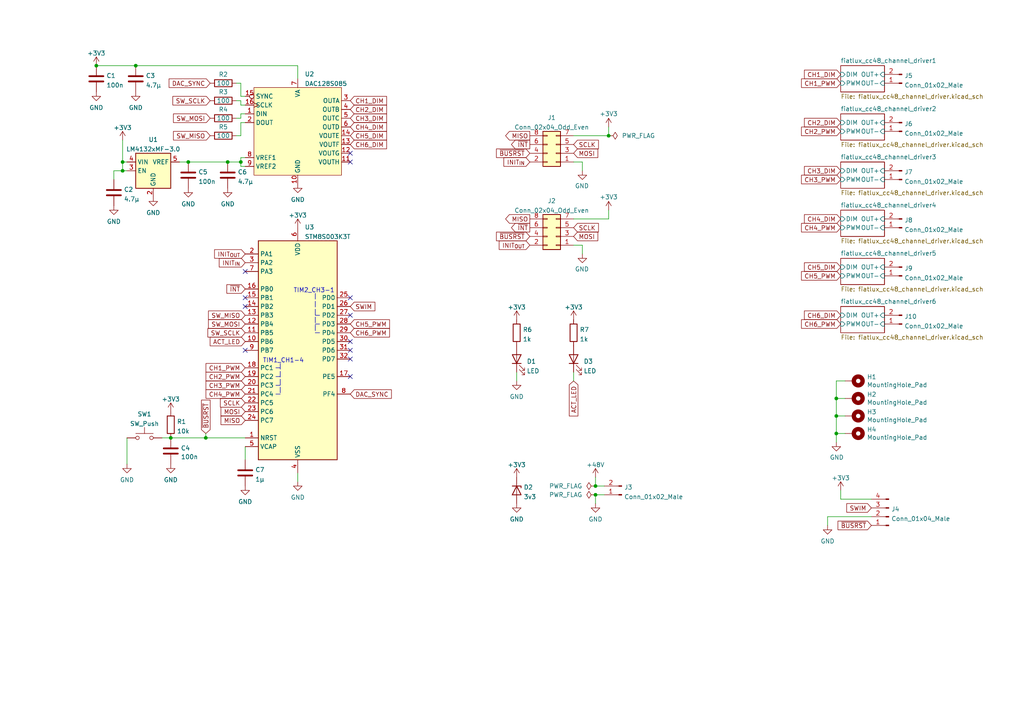
<source format=kicad_sch>
(kicad_sch (version 20211123) (generator eeschema)
  (paper "A4")
  (lib_symbols
    (symbol "Connector:Conn_01x02_Male" (pin_names (offset 1.016) hide)
      (property "Reference" "J" (at 0 2.54 0))
      (property "Value" "Conn_01x02_Male" (at 0 -5.08 0))
      (symbol "Conn_01x02_Male_1_1"
        (polyline (pts (xy 1.27 -2.54) (xy 0.8636 -2.54)) (stroke (width 0.1524)))
        (polyline (pts (xy 1.27 0) (xy 0.8636 0)) (stroke (width 0.1524)))
        (rectangle (start 0.8636 -2.413) (end 0 -2.667) (stroke (width 0.1524)) (fill (type outline)))
        (rectangle (start 0.8636 0.127) (end 0 -0.127) (stroke (width 0.1524)) (fill (type outline)))
        (pin passive line (at 5.08 0 180) (length 3.81) (name "Pin_1") (number "1"))
        (pin passive line (at 5.08 -2.54 180) (length 3.81) (name "Pin_2") (number "2"))
      )
    )
    (symbol "Connector:Conn_01x04_Male" (pin_names (offset 1.016) hide)
      (property "Reference" "J" (at 0 5.08 0))
      (property "Value" "Conn_01x04_Male" (at 0 -7.62 0))
      (symbol "Conn_01x04_Male_1_1"
        (polyline (pts (xy 1.27 -5.08) (xy 0.8636 -5.08)) (stroke (width 0.1524)))
        (polyline (pts (xy 1.27 -2.54) (xy 0.8636 -2.54)) (stroke (width 0.1524)))
        (polyline (pts (xy 1.27 0) (xy 0.8636 0)) (stroke (width 0.1524)))
        (polyline (pts (xy 1.27 2.54) (xy 0.8636 2.54)) (stroke (width 0.1524)))
        (rectangle (start 0.8636 -4.953) (end 0 -5.207) (stroke (width 0.1524)) (fill (type outline)))
        (rectangle (start 0.8636 -2.413) (end 0 -2.667) (stroke (width 0.1524)) (fill (type outline)))
        (rectangle (start 0.8636 0.127) (end 0 -0.127) (stroke (width 0.1524)) (fill (type outline)))
        (rectangle (start 0.8636 2.667) (end 0 2.413) (stroke (width 0.1524)) (fill (type outline)))
        (pin passive line (at 5.08 2.54 180) (length 3.81) (name "Pin_1") (number "1"))
        (pin passive line (at 5.08 0 180) (length 3.81) (name "Pin_2") (number "2"))
        (pin passive line (at 5.08 -2.54 180) (length 3.81) (name "Pin_3") (number "3"))
        (pin passive line (at 5.08 -5.08 180) (length 3.81) (name "Pin_4") (number "4"))
      )
    )
    (symbol "Connector_Generic:Conn_02x04_Odd_Even" (pin_names (offset 1.016) hide)
      (property "Reference" "J" (at 1.27 5.08 0))
      (property "Value" "Conn_02x04_Odd_Even" (at 1.27 -7.62 0))
      (symbol "Conn_02x04_Odd_Even_1_1"
        (rectangle (start -1.27 -4.953) (end 0 -5.207) (stroke (width 0.1524)))
        (rectangle (start -1.27 -2.413) (end 0 -2.667) (stroke (width 0.1524)))
        (rectangle (start -1.27 0.127) (end 0 -0.127) (stroke (width 0.1524)))
        (rectangle (start -1.27 2.667) (end 0 2.413) (stroke (width 0.1524)))
        (rectangle (start -1.27 3.81) (end 3.81 -6.35) (stroke (width 0.254)) (fill (type background)))
        (rectangle (start 3.81 -4.953) (end 2.54 -5.207) (stroke (width 0.1524)))
        (rectangle (start 3.81 -2.413) (end 2.54 -2.667) (stroke (width 0.1524)))
        (rectangle (start 3.81 0.127) (end 2.54 -0.127) (stroke (width 0.1524)))
        (rectangle (start 3.81 2.667) (end 2.54 2.413) (stroke (width 0.1524)))
        (pin passive line (at -5.08 2.54 0) (length 3.81) (name "Pin_1") (number "1"))
        (pin passive line (at 7.62 2.54 180) (length 3.81) (name "Pin_2") (number "2"))
        (pin passive line (at -5.08 0 0) (length 3.81) (name "Pin_3") (number "3"))
        (pin passive line (at 7.62 0 180) (length 3.81) (name "Pin_4") (number "4"))
        (pin passive line (at -5.08 -2.54 0) (length 3.81) (name "Pin_5") (number "5"))
        (pin passive line (at 7.62 -2.54 180) (length 3.81) (name "Pin_6") (number "6"))
        (pin passive line (at -5.08 -5.08 0) (length 3.81) (name "Pin_7") (number "7"))
        (pin passive line (at 7.62 -5.08 180) (length 3.81) (name "Pin_8") (number "8"))
      )
    )
    (symbol "Device:C" (pin_numbers hide) (pin_names (offset 0.254))
      (property "Reference" "C" (at 0.635 2.54 0))
      (property "Value" "C" (at 0.635 -2.54 0))
      (symbol "C_0_1"
        (polyline (pts (xy -2.032 -0.762) (xy 2.032 -0.762)) (stroke (width 0.508)))
        (polyline (pts (xy -2.032 0.762) (xy 2.032 0.762)) (stroke (width 0.508)))
      )
      (symbol "C_1_1"
        (pin passive line (at 0 3.81 270) (length 2.794) (name "~") (number "1"))
        (pin passive line (at 0 -3.81 90) (length 2.794) (name "~") (number "2"))
      )
    )
    (symbol "Device:D_Zener" (pin_numbers hide) (pin_names (offset 1.016) hide)
      (property "Reference" "D" (at 0 2.54 0))
      (property "Value" "D_Zener" (at 0 -2.54 0))
      (symbol "D_Zener_0_1"
        (polyline (pts (xy 1.27 0) (xy -1.27 0)))
        (polyline (pts (xy -1.27 -1.27) (xy -1.27 1.27) (xy -0.762 1.27)) (stroke (width 0.254)))
        (polyline (pts (xy 1.27 -1.27) (xy 1.27 1.27) (xy -1.27 0) (xy 1.27 -1.27)) (stroke (width 0.254)))
      )
      (symbol "D_Zener_1_1"
        (pin passive line (at -3.81 0 0) (length 2.54) (name "K") (number "1"))
        (pin passive line (at 3.81 0 180) (length 2.54) (name "A") (number "2"))
      )
    )
    (symbol "Device:LED" (pin_numbers hide) (pin_names (offset 1.016) hide)
      (property "Reference" "D" (at 0 2.54 0))
      (property "Value" "LED" (at 0 -2.54 0))
      (symbol "LED_0_1"
        (polyline (pts (xy -1.27 -1.27) (xy -1.27 1.27)) (stroke (width 0.254)))
        (polyline (pts (xy -1.27 0) (xy 1.27 0)))
        (polyline (pts (xy 1.27 -1.27) (xy 1.27 1.27) (xy -1.27 0) (xy 1.27 -1.27)) (stroke (width 0.254)))
        (polyline (pts (xy -3.048 -0.762) (xy -4.572 -2.286) (xy -3.81 -2.286) (xy -4.572 -2.286) (xy -4.572 -1.524)))
        (polyline (pts (xy -1.778 -0.762) (xy -3.302 -2.286) (xy -2.54 -2.286) (xy -3.302 -2.286) (xy -3.302 -1.524)))
      )
      (symbol "LED_1_1"
        (pin passive line (at -3.81 0 0) (length 2.54) (name "K") (number "1"))
        (pin passive line (at 3.81 0 180) (length 2.54) (name "A") (number "2"))
      )
    )
    (symbol "Device:R" (pin_numbers hide) (pin_names (offset 0))
      (property "Reference" "R" (at 2.032 0 90))
      (property "Value" "R" (at 0 0 90))
      (symbol "R_0_1"
        (rectangle (start -1.016 -2.54) (end 1.016 2.54) (stroke (width 0.254)))
      )
      (symbol "R_1_1"
        (pin passive line (at 0 3.81 270) (length 1.27) (name "~") (number "1"))
        (pin passive line (at 0 -3.81 90) (length 1.27) (name "~") (number "2"))
      )
    )
    (symbol "Library:DAC128S085"
      (property "Reference" "U" (at 0 -1.27 0))
      (property "Value" "DAC128S085" (at 0 1.27 0))
      (symbol "DAC128S085_0_1"
        (rectangle (start -12.7 12.7) (end 12.7 -12.7) (stroke (width 0.1524)) (fill (type background)))
      )
      (symbol "DAC128S085_1_1"
        (pin input line (at -15.24 5.08 0) (length 2.54) (name "DIN") (number "1"))
        (pin power_in line (at 0 -15.24 90) (length 2.54) (name "GND") (number "10"))
        (pin output line (at 15.24 -8.89 180) (length 2.54) (name "VOUTH") (number "11"))
        (pin output line (at 15.24 -6.35 180) (length 2.54) (name "VOUTG") (number "12"))
        (pin output line (at 15.24 -3.81 180) (length 2.54) (name "VOUTF") (number "13"))
        (pin output line (at 15.24 -1.27 180) (length 2.54) (name "VOUTE") (number "14"))
        (pin input inverted (at -15.24 10.16 0) (length 2.54) (name "SYNC") (number "15"))
        (pin input clock (at -15.24 7.62 0) (length 2.54) (name "SCLK") (number "16"))
        (pin output line (at -15.24 2.54 0) (length 2.54) (name "DOUT") (number "2"))
        (pin output line (at 15.24 8.89 180) (length 2.54) (name "OUTA") (number "3"))
        (pin output line (at 15.24 6.35 180) (length 2.54) (name "OUTB") (number "4"))
        (pin output line (at 15.24 3.81 180) (length 2.54) (name "OUTC") (number "5"))
        (pin output line (at 15.24 1.27 180) (length 2.54) (name "OUTD") (number "6"))
        (pin power_in line (at 0 15.24 270) (length 2.54) (name "VA") (number "7"))
        (pin input line (at -15.24 -7.62 0) (length 2.54) (name "VREF1") (number "8"))
        (pin input line (at -15.24 -10.16 0) (length 2.54) (name "VREF2") (number "9"))
      )
    )
    (symbol "MCU_ST_STM8:STM8S003K3T"
      (property "Reference" "U" (at 1.27 35.56 0))
      (property "Value" "STM8S003K3T" (at 1.27 33.02 0))
      (symbol "STM8S003K3T_0_1"
        (rectangle (start -11.43 31.75) (end 11.43 -31.75) (stroke (width 0.254)) (fill (type background)))
      )
      (symbol "STM8S003K3T_1_1"
        (pin input line (at -15.24 -25.4 0) (length 3.81) (name "NRST") (number "1"))
        (pin bidirectional line (at -15.24 2.54 0) (length 3.81) (name "PB6") (number "10"))
        (pin bidirectional line (at -15.24 5.08 0) (length 3.81) (name "PB5") (number "11"))
        (pin bidirectional line (at -15.24 7.62 0) (length 3.81) (name "PB4") (number "12"))
        (pin bidirectional line (at -15.24 10.16 0) (length 3.81) (name "PB3") (number "13"))
        (pin bidirectional line (at -15.24 12.7 0) (length 3.81) (name "PB2") (number "14"))
        (pin bidirectional line (at -15.24 15.24 0) (length 3.81) (name "PB1") (number "15"))
        (pin bidirectional line (at -15.24 17.78 0) (length 3.81) (name "PB0") (number "16"))
        (pin bidirectional line (at 15.24 -7.62 180) (length 3.81) (name "PE5") (number "17"))
        (pin bidirectional line (at -15.24 -5.08 0) (length 3.81) (name "PC1") (number "18"))
        (pin bidirectional line (at -15.24 -7.62 0) (length 3.81) (name "PC2") (number "19"))
        (pin bidirectional line (at -15.24 27.94 0) (length 3.81) (name "PA1") (number "2"))
        (pin bidirectional line (at -15.24 -10.16 0) (length 3.81) (name "PC3") (number "20"))
        (pin bidirectional line (at -15.24 -12.7 0) (length 3.81) (name "PC4") (number "21"))
        (pin bidirectional line (at -15.24 -15.24 0) (length 3.81) (name "PC5") (number "22"))
        (pin bidirectional line (at -15.24 -17.78 0) (length 3.81) (name "PC6") (number "23"))
        (pin bidirectional line (at -15.24 -20.32 0) (length 3.81) (name "PC7") (number "24"))
        (pin bidirectional line (at 15.24 15.24 180) (length 3.81) (name "PD0") (number "25"))
        (pin bidirectional line (at 15.24 12.7 180) (length 3.81) (name "PD1") (number "26"))
        (pin bidirectional line (at 15.24 10.16 180) (length 3.81) (name "PD2") (number "27"))
        (pin bidirectional line (at 15.24 7.62 180) (length 3.81) (name "PD3") (number "28"))
        (pin bidirectional line (at 15.24 5.08 180) (length 3.81) (name "PD4") (number "29"))
        (pin bidirectional line (at -15.24 25.4 0) (length 3.81) (name "PA2") (number "3"))
        (pin bidirectional line (at 15.24 2.54 180) (length 3.81) (name "PD5") (number "30"))
        (pin bidirectional line (at 15.24 0 180) (length 3.81) (name "PD6") (number "31"))
        (pin bidirectional line (at 15.24 -2.54 180) (length 3.81) (name "PD7") (number "32"))
        (pin power_in line (at 0 -35.56 90) (length 3.81) (name "VSS") (number "4"))
        (pin input line (at -15.24 -27.94 0) (length 3.81) (name "VCAP") (number "5"))
        (pin power_in line (at 0 35.56 270) (length 3.81) (name "VDD") (number "6"))
        (pin bidirectional line (at -15.24 22.86 0) (length 3.81) (name "PA3") (number "7"))
        (pin bidirectional line (at 15.24 -12.7 180) (length 3.81) (name "PF4") (number "8"))
        (pin bidirectional line (at -15.24 0 0) (length 3.81) (name "PB7") (number "9"))
      )
    )
    (symbol "Mechanical:MountingHole_Pad" (pin_numbers hide) (pin_names (offset 1.016) hide)
      (property "Reference" "H" (at 0 6.35 0))
      (property "Value" "MountingHole_Pad" (at 0 4.445 0))
      (symbol "MountingHole_Pad_0_1"
        (circle (center 0 1.27) (radius 1.27) (stroke (width 1.27)))
      )
      (symbol "MountingHole_Pad_1_1"
        (pin input line (at 0 -2.54 90) (length 2.54) (name "1") (number "1"))
      )
    )
    (symbol "Reference_Voltage:LM4132xMF-3.0"
      (property "Reference" "U" (at -4.318 6.096 0))
      (property "Value" "LM4132xMF-3.0" (at 7.874 6.096 0))
      (symbol "LM4132xMF-3.0_0_1"
        (rectangle (start -5.08 5.08) (end 5.08 -5.08) (stroke (width 0.254)) (fill (type background)))
      )
      (symbol "LM4132xMF-3.0_1_1"
        (pin no_connect line (at 5.08 0 180) (length 2.54) hide (name "NC") (number "1"))
        (pin power_in line (at 0 -7.62 90) (length 2.54) (name "GND") (number "2"))
        (pin input line (at -7.62 0 0) (length 2.54) (name "EN") (number "3"))
        (pin power_in line (at -7.62 2.54 0) (length 2.54) (name "VIN") (number "4"))
        (pin power_out line (at 7.62 2.54 180) (length 2.54) (name "VREF") (number "5"))
      )
    )
    (symbol "Switch:SW_Push" (pin_numbers hide) (pin_names (offset 1.016) hide)
      (property "Reference" "SW" (at 1.27 2.54 0))
      (property "Value" "SW_Push" (at 0 -1.524 0))
      (symbol "SW_Push_0_1"
        (circle (center -2.032 0) (radius 0.508))
        (polyline (pts (xy 0 1.27) (xy 0 3.048)))
        (polyline (pts (xy 2.54 1.27) (xy -2.54 1.27)))
        (circle (center 2.032 0) (radius 0.508))
        (pin passive line (at -5.08 0 0) (length 2.54) (name "1") (number "1"))
        (pin passive line (at 5.08 0 180) (length 2.54) (name "2") (number "2"))
      )
    )
    (symbol "power:+3.3V" (power) (pin_names (offset 0))
      (property "Value" "+3.3V" (at 0 3.556 0))
      (symbol "+3.3V_0_1"
        (polyline (pts (xy -0.762 1.27) (xy 0 2.54)))
        (polyline (pts (xy 0 0) (xy 0 2.54)))
        (polyline (pts (xy 0 2.54) (xy 0.762 1.27)))
      )
      (symbol "+3.3V_1_1"
        (pin power_in line (at 0 0 90) (length 0) hide (name "+3V3") (number "1"))
      )
    )
    (symbol "power:+3V3" (power) (pin_names (offset 0))
      (property "Value" "+3V3" (at 0 3.556 0))
      (symbol "+3V3_0_1"
        (polyline (pts (xy -0.762 1.27) (xy 0 2.54)))
        (polyline (pts (xy 0 0) (xy 0 2.54)))
        (polyline (pts (xy 0 2.54) (xy 0.762 1.27)))
      )
      (symbol "+3V3_1_1"
        (pin power_in line (at 0 0 90) (length 0) hide (name "+3V3") (number "1"))
      )
    )
    (symbol "power:+48V" (power) (pin_names (offset 0))
      (property "Value" "+48V" (at 0 3.556 0))
      (symbol "+48V_0_1"
        (polyline (pts (xy -0.762 1.27) (xy 0 2.54)))
        (polyline (pts (xy 0 0) (xy 0 2.54)))
        (polyline (pts (xy 0 2.54) (xy 0.762 1.27)))
      )
      (symbol "+48V_1_1"
        (pin power_in line (at 0 0 90) (length 0) hide (name "+48V") (number "1"))
      )
    )
    (symbol "power:GND" (power) (pin_names (offset 0))
      (property "Value" "GND" (at 0 -3.81 0))
      (symbol "GND_0_1"
        (polyline (pts (xy 0 0) (xy 0 -1.27) (xy 1.27 -1.27) (xy 0 -2.54) (xy -1.27 -1.27) (xy 0 -1.27)))
      )
      (symbol "GND_1_1"
        (pin power_in line (at 0 0 270) (length 0) hide (name "GND") (number "1"))
      )
    )
    (symbol "power:PWR_FLAG" (power) (pin_numbers hide) (pin_names (offset 0) hide)
      (property "Value" "PWR_FLAG" (at 0 3.81 0))
      (symbol "PWR_FLAG_0_0"
        (pin power_out line (at 0 0 90) (length 0) (name "pwr") (number "1"))
      )
      (symbol "PWR_FLAG_0_1"
        (polyline (pts (xy 0 0) (xy 0 1.27) (xy -1.016 1.905) (xy 0 2.54) (xy 1.016 1.905) (xy 0 1.27)))
      )
    )
  )
  (junction (at 35.56 49.53))
  (junction (at 242.57 115.57))
  (junction (at 35.56 46.99))
  (junction (at 172.72 140.97))
  (junction (at 66.04 46.99))
  (junction (at 39.37 19.05))
  (junction (at 69.85 46.99))
  (junction (at 54.61 46.99))
  (junction (at 242.57 125.73))
  (junction (at 172.72 143.51))
  (junction (at 27.94 19.05))
  (junction (at 242.57 120.65))
  (junction (at 49.53 127))
  (junction (at 176.53 39.37))
  (junction (at 59.69 127))
  (no_connect (at 101.6 109.22))
  (no_connect (at 101.6 44.45))
  (no_connect (at 101.6 46.99))
  (no_connect (at 101.6 101.6))
  (no_connect (at 101.6 99.06))
  (no_connect (at 101.6 104.14))
  (no_connect (at 71.12 88.9))
  (no_connect (at 101.6 86.36))
  (no_connect (at 71.12 78.74))
  (no_connect (at 71.12 101.6))
  (no_connect (at 71.12 86.36))
  (no_connect (at 101.6 91.44))
  (wire (pts (xy 69.85 27.94) (xy 69.85 24.13)))
  (wire (pts (xy 86.36 19.05) (xy 86.36 22.86)))
  (wire (pts (xy 27.94 19.05) (xy 39.37 19.05)))
  (wire (pts (xy 35.56 49.53) (xy 33.02 49.53)))
  (wire (pts (xy 35.56 49.53) (xy 35.56 46.99)))
  (wire (pts (xy 243.84 144.78) (xy 243.84 142.24)))
  (wire (pts (xy 69.85 46.99) (xy 69.85 48.26)))
  (wire (pts (xy 176.53 36.83) (xy 176.53 39.37)))
  (polyline (pts (xy 91.44 91.44) (xy 92.71 91.44)))
  (wire (pts (xy 59.69 127) (xy 71.12 127)))
  (wire (pts (xy 69.85 39.37) (xy 68.58 39.37)))
  (wire (pts (xy 39.37 19.05) (xy 86.36 19.05)))
  (wire (pts (xy 252.73 144.78) (xy 243.84 144.78)))
  (wire (pts (xy 242.57 115.57) (xy 242.57 120.65)))
  (wire (pts (xy 69.85 24.13) (xy 68.58 24.13)))
  (wire (pts (xy 242.57 115.57) (xy 245.11 115.57)))
  (wire (pts (xy 166.37 46.99) (xy 168.91 46.99)))
  (polyline (pts (xy 91.44 85.09) (xy 91.44 96.52)))
  (wire (pts (xy 69.85 45.72) (xy 69.85 46.99)))
  (wire (pts (xy 66.04 46.99) (xy 69.85 46.99)))
  (wire (pts (xy 172.72 140.97) (xy 175.26 140.97)))
  (wire (pts (xy 242.57 125.73) (xy 242.57 128.27)))
  (polyline (pts (xy 91.44 93.98) (xy 92.71 93.98)))
  (wire (pts (xy 35.56 46.99) (xy 36.83 46.99)))
  (wire (pts (xy 176.53 39.37) (xy 166.37 39.37)))
  (wire (pts (xy 240.03 149.86) (xy 240.03 152.4)))
  (wire (pts (xy 242.57 120.65) (xy 245.11 120.65)))
  (wire (pts (xy 36.83 49.53) (xy 35.56 49.53)))
  (wire (pts (xy 168.91 46.99) (xy 168.91 49.53)))
  (polyline (pts (xy 80.01 111.76) (xy 81.28 111.76)))
  (wire (pts (xy 69.85 45.72) (xy 71.12 45.72)))
  (wire (pts (xy 240.03 149.86) (xy 252.73 149.86)))
  (wire (pts (xy 49.53 127) (xy 59.69 127)))
  (polyline (pts (xy 80.01 109.22) (xy 81.28 109.22)))
  (polyline (pts (xy 91.44 96.52) (xy 92.71 96.52)))
  (wire (pts (xy 175.26 143.51) (xy 172.72 143.51)))
  (wire (pts (xy 52.07 46.99) (xy 54.61 46.99)))
  (wire (pts (xy 69.85 30.48) (xy 71.12 30.48)))
  (wire (pts (xy 168.91 71.12) (xy 168.91 73.66)))
  (wire (pts (xy 46.99 127) (xy 49.53 127)))
  (wire (pts (xy 242.57 110.49) (xy 242.57 115.57)))
  (wire (pts (xy 36.83 127) (xy 36.83 134.62)))
  (wire (pts (xy 176.53 63.5) (xy 166.37 63.5)))
  (wire (pts (xy 172.72 138.43) (xy 172.72 140.97)))
  (wire (pts (xy 71.12 48.26) (xy 69.85 48.26)))
  (wire (pts (xy 69.85 33.02) (xy 69.85 34.29)))
  (wire (pts (xy 71.12 33.02) (xy 69.85 33.02)))
  (wire (pts (xy 69.85 29.21) (xy 69.85 30.48)))
  (polyline (pts (xy 80.01 114.3) (xy 81.28 114.3)))
  (wire (pts (xy 176.53 60.96) (xy 176.53 63.5)))
  (wire (pts (xy 149.86 107.95) (xy 149.86 110.49)))
  (wire (pts (xy 245.11 110.49) (xy 242.57 110.49)))
  (wire (pts (xy 71.12 27.94) (xy 69.85 27.94)))
  (wire (pts (xy 71.12 35.56) (xy 69.85 35.56)))
  (polyline (pts (xy 81.28 105.41) (xy 81.28 114.3)))
  (wire (pts (xy 86.36 137.16) (xy 86.36 139.7)))
  (wire (pts (xy 35.56 40.64) (xy 35.56 46.99)))
  (wire (pts (xy 68.58 34.29) (xy 69.85 34.29)))
  (wire (pts (xy 172.72 143.51) (xy 172.72 146.05)))
  (polyline (pts (xy 80.01 106.68) (xy 81.28 106.68)))
  (wire (pts (xy 166.37 71.12) (xy 168.91 71.12)))
  (wire (pts (xy 33.02 49.53) (xy 33.02 52.07)))
  (wire (pts (xy 245.11 125.73) (xy 242.57 125.73)))
  (wire (pts (xy 59.69 125.73) (xy 59.69 127)))
  (wire (pts (xy 68.58 29.21) (xy 69.85 29.21)))
  (wire (pts (xy 71.12 129.54) (xy 71.12 133.35)))
  (wire (pts (xy 242.57 120.65) (xy 242.57 125.73)))
  (wire (pts (xy 166.37 107.95) (xy 166.37 110.49)))
  (wire (pts (xy 54.61 46.99) (xy 66.04 46.99)))
  (wire (pts (xy 69.85 35.56) (xy 69.85 39.37)))
  (text "TIM1_CH1-4" (at 76.2 105.41 0) (effects (font (size 1.27 1.27)) (justify left bottom)))
  (text "TIM2_CH3-1" (at 85.09 85.09 0) (effects (font (size 1.27 1.27)) (justify left bottom)))
  (global_label "CH6_DIM" (shape input) (at 243.84 91.44 180) (property "Intersheet References" "${INTERSHEET_REFS}" (effects hide)))
  (global_label "SW_SCLK" (shape input) (at 60.96 29.21 180) (property "Intersheet References" "${INTERSHEET_REFS}" (effects hide)))
  (global_label "INIT_{OUT}" (shape input) (at 153.67 71.12 180) (property "Referenzen zwischen Schaltplänen" "${INTERSHEET_REFS}" (effects hide)))
  (global_label "CH2_DIM" (shape input) (at 101.6 31.75 0) (property "Intersheet References" "${INTERSHEET_REFS}" (effects hide)))
  (global_label "CH5_PWM" (shape input) (at 101.6 93.98 0) (property "Intersheet References" "${INTERSHEET_REFS}" (effects hide)))
  (global_label "CH5_DIM" (shape input) (at 243.84 77.47 180) (property "Intersheet References" "${INTERSHEET_REFS}" (effects hide)))
  (global_label "SCLK" (shape input) (at 166.37 66.04 0) (property "Referenzen zwischen Schaltplänen" "${INTERSHEET_REFS}" (effects hide)))
  (global_label "MOSI" (shape input) (at 166.37 68.58 0) (property "Referenzen zwischen Schaltplänen" "${INTERSHEET_REFS}" (effects hide)))
  (global_label "SW_MISO" (shape input) (at 71.12 91.44 180) (property "Intersheet References" "${INTERSHEET_REFS}" (effects hide)))
  (global_label "SW_MOSI" (shape input) (at 71.12 93.98 180) (property "Intersheet References" "${INTERSHEET_REFS}" (effects hide)))
  (global_label "CH2_PWM" (shape input) (at 71.12 109.22 180) (property "Intersheet References" "${INTERSHEET_REFS}" (effects hide)))
  (global_label "CH4_PWM" (shape input) (at 71.12 114.3 180) (property "Intersheet References" "${INTERSHEET_REFS}" (effects hide)))
  (global_label "~{BUSRST}" (shape input) (at 252.73 152.4 180) (property "Referenzen zwischen Schaltplänen" "${INTERSHEET_REFS}" (effects hide)))
  (global_label "ACT_LED" (shape input) (at 166.37 110.49 270) (property "Intersheet References" "${INTERSHEET_REFS}" (effects hide)))
  (global_label "INIT_{IN}" (shape input) (at 153.67 46.99 180) (property "Referenzen zwischen Schaltplänen" "${INTERSHEET_REFS}" (effects hide)))
  (global_label "SCLK" (shape input) (at 166.37 41.91 0) (property "Referenzen zwischen Schaltplänen" "${INTERSHEET_REFS}" (effects hide)))
  (global_label "MOSI" (shape input) (at 166.37 44.45 0) (property "Referenzen zwischen Schaltplänen" "${INTERSHEET_REFS}" (effects hide)))
  (global_label "~{INT}" (shape output) (at 153.67 41.91 180) (property "Referenzen zwischen Schaltplänen" "${INTERSHEET_REFS}" (effects hide)))
  (global_label "SWIM" (shape input) (at 101.6 88.9 0) (property "Intersheet References" "${INTERSHEET_REFS}" (effects hide)))
  (global_label "CH1_DIM" (shape input) (at 101.6 29.21 0) (property "Intersheet References" "${INTERSHEET_REFS}" (effects hide)))
  (global_label "SWIM" (shape input) (at 252.73 147.32 180) (property "Intersheet References" "${INTERSHEET_REFS}" (effects hide)))
  (global_label "CH3_DIM" (shape input) (at 101.6 34.29 0) (property "Intersheet References" "${INTERSHEET_REFS}" (effects hide)))
  (global_label "SW_MOSI" (shape input) (at 60.96 34.29 180) (property "Intersheet References" "${INTERSHEET_REFS}" (effects hide)))
  (global_label "MISO" (shape output) (at 153.67 63.5 180) (property "Referenzen zwischen Schaltplänen" "${INTERSHEET_REFS}" (effects hide)))
  (global_label "~{INT}" (shape output) (at 153.67 66.04 180) (property "Referenzen zwischen Schaltplänen" "${INTERSHEET_REFS}" (effects hide)))
  (global_label "CH6_PWM" (shape input) (at 243.84 93.98 180) (property "Intersheet References" "${INTERSHEET_REFS}" (effects hide)))
  (global_label "CH3_DIM" (shape input) (at 243.84 49.53 180) (property "Intersheet References" "${INTERSHEET_REFS}" (effects hide)))
  (global_label "CH3_PWM" (shape input) (at 71.12 111.76 180) (property "Intersheet References" "${INTERSHEET_REFS}" (effects hide)))
  (global_label "CH1_PWM" (shape input) (at 71.12 106.68 180) (property "Intersheet References" "${INTERSHEET_REFS}" (effects hide)))
  (global_label "MOSI" (shape input) (at 71.12 119.38 180) (property "Intersheet References" "${INTERSHEET_REFS}" (effects hide)))
  (global_label "SW_SCLK" (shape input) (at 71.12 96.52 180) (property "Intersheet References" "${INTERSHEET_REFS}" (effects hide)))
  (global_label "CH4_DIM" (shape input) (at 243.84 63.5 180) (property "Intersheet References" "${INTERSHEET_REFS}" (effects hide)))
  (global_label "DAC_SYNC" (shape input) (at 60.96 24.13 180) (property "Intersheet References" "${INTERSHEET_REFS}" (effects hide)))
  (global_label "SCLK" (shape input) (at 71.12 116.84 180) (property "Intersheet References" "${INTERSHEET_REFS}" (effects hide)))
  (global_label "~{BUSRST}" (shape input) (at 153.67 44.45 180) (property "Referenzen zwischen Schaltplänen" "${INTERSHEET_REFS}" (effects hide)))
  (global_label "CH3_PWM" (shape input) (at 243.84 52.07 180) (property "Intersheet References" "${INTERSHEET_REFS}" (effects hide)))
  (global_label "DAC_SYNC" (shape input) (at 101.6 114.3 0) (property "Intersheet References" "${INTERSHEET_REFS}" (effects hide)))
  (global_label "MISO" (shape output) (at 153.67 39.37 180) (property "Referenzen zwischen Schaltplänen" "${INTERSHEET_REFS}" (effects hide)))
  (global_label "CH5_DIM" (shape input) (at 101.6 39.37 0) (property "Intersheet References" "${INTERSHEET_REFS}" (effects hide)))
  (global_label "INIT_{IN}" (shape input) (at 71.12 76.2 180) (property "Intersheet References" "${INTERSHEET_REFS}" (effects hide)))
  (global_label "~{BUSRST}" (shape input) (at 59.69 125.73 90) (property "Referenzen zwischen Schaltplänen" "${INTERSHEET_REFS}" (effects hide)))
  (global_label "CH2_PWM" (shape input) (at 243.84 38.1 180) (property "Intersheet References" "${INTERSHEET_REFS}" (effects hide)))
  (global_label "SW_MISO" (shape input) (at 60.96 39.37 180) (property "Intersheet References" "${INTERSHEET_REFS}" (effects hide)))
  (global_label "INIT_{OUT}" (shape input) (at 71.12 73.66 180) (property "Intersheet References" "${INTERSHEET_REFS}" (effects hide)))
  (global_label "CH5_PWM" (shape input) (at 243.84 80.01 180) (property "Intersheet References" "${INTERSHEET_REFS}" (effects hide)))
  (global_label "CH2_DIM" (shape input) (at 243.84 35.56 180) (property "Intersheet References" "${INTERSHEET_REFS}" (effects hide)))
  (global_label "CH4_PWM" (shape input) (at 243.84 66.04 180) (property "Intersheet References" "${INTERSHEET_REFS}" (effects hide)))
  (global_label "CH6_PWM" (shape input) (at 101.6 96.52 0) (property "Intersheet References" "${INTERSHEET_REFS}" (effects hide)))
  (global_label "~{INT}" (shape input) (at 71.12 83.82 180) (property "Intersheet References" "${INTERSHEET_REFS}" (effects hide)))
  (global_label "CH6_DIM" (shape input) (at 101.6 41.91 0) (property "Intersheet References" "${INTERSHEET_REFS}" (effects hide)))
  (global_label "ACT_LED" (shape input) (at 71.12 99.06 180) (property "Intersheet References" "${INTERSHEET_REFS}" (effects hide)))
  (global_label "MISO" (shape input) (at 71.12 121.92 180) (property "Intersheet References" "${INTERSHEET_REFS}" (effects hide)))
  (global_label "CH1_PWM" (shape input) (at 243.84 24.13 180) (property "Intersheet References" "${INTERSHEET_REFS}" (effects hide)))
  (global_label "CH1_DIM" (shape input) (at 243.84 21.59 180) (property "Intersheet References" "${INTERSHEET_REFS}" (effects hide)))
  (global_label "~{BUSRST}" (shape input) (at 153.67 68.58 180) (property "Referenzen zwischen Schaltplänen" "${INTERSHEET_REFS}" (effects hide)))
  (global_label "CH4_DIM" (shape input) (at 101.6 36.83 0) (property "Intersheet References" "${INTERSHEET_REFS}" (effects hide)))
  (symbol (lib_id "Mechanical:MountingHole_Pad") (at 247.65 125.73 270) (unit 1)
    (property "Reference" "H4" (at 251.46 124.5616 90) (effects (justify left)))
    (property "Value" "MountingHole_Pad" (at 251.46 126.873 90) (effects (justify left)))
    (property "Footprint" "MountingHole:MountingHole_2.2mm_M2_Pad_Via" (effects hide))
    (property "LCSC" "-" (effects hide))
  )
  (symbol (lib_id "Device:LED") (at 166.37 104.14 90) (unit 1)
    (property "Reference" "D3" (at 169.291 104.819 90) (effects (justify right)))
    (property "Value" "LED" (at 169.291 107.5941 90) (effects (justify right)))
    (property "Footprint" "LED_SMD:LED_0805_2012Metric" (effects hide))
  )
  (symbol (lib_id "power:PWR_FLAG") (at 172.72 140.97 90) (unit 1)
    (property "Reference" "#FLG01" (effects hide))
    (property "Value" "PWR_FLAG" (at 168.91 140.9699 90) (effects (justify left)))
  )
  (symbol (lib_id "Device:D_Zener") (at 149.86 142.24 270) (unit 1)
    (property "Reference" "D2" (at 151.892 141.3315 90) (effects (justify left)))
    (property "Value" "3v3" (at 151.892 144.1066 90) (effects (justify left)))
    (property "Footprint" "Diode_SMD:D_MiniMELF" (effects hide))
  )
  (symbol (lib_id "power:GND") (at 71.12 140.97 0) (unit 1)
    (property "Reference" "#PWR012" (effects hide))
    (property "Value" "GND" (at 71.12 145.5325 0))
  )
  (symbol (lib_id "Device:C") (at 27.94 22.86 0) (unit 1)
    (property "Reference" "C1" (at 30.861 21.9515 0) (effects (justify left)))
    (property "Value" "100n" (at 30.861 24.7266 0) (effects (justify left)))
    (property "Footprint" "Capacitor_SMD:C_0805_2012Metric" (effects hide))
  )
  (symbol (lib_id "power:GND") (at 66.04 54.61 0) (unit 1)
    (property "Reference" "#PWR011" (effects hide))
    (property "Value" "GND" (at 66.04 59.1725 0))
  )
  (symbol (lib_id "Device:R") (at 149.86 96.52 0) (unit 1)
    (property "Reference" "R6" (at 151.638 95.6115 0) (effects (justify left)))
    (property "Value" "1k" (at 151.638 98.3866 0) (effects (justify left)))
    (property "Footprint" "Resistor_SMD:R_0603_1608Metric" (effects hide))
  )
  (symbol (lib_id "Connector:Conn_01x02_Male") (at 261.62 38.1 180) (unit 1)
    (property "Reference" "J6" (at 262.3312 35.9215 0) (effects (justify right)))
    (property "Value" "Conn_01x02_Male" (at 262.3312 38.6966 0) (effects (justify right)))
    (property "Footprint" "TerminalBlock:TerminalBlock_bornier-2_P5.08mm" (effects hide))
  )
  (symbol (lib_id "Connector:Conn_01x02_Male") (at 180.34 143.51 180) (unit 1)
    (property "Reference" "J3" (at 181.0512 141.3315 0) (effects (justify right)))
    (property "Value" "Conn_01x02_Male" (at 181.0512 144.1066 0) (effects (justify right)))
    (property "Footprint" "TerminalBlock:TerminalBlock_bornier-2_P5.08mm" (effects hide))
  )
  (symbol (lib_id "power:+3V3") (at 35.56 40.64 0) (unit 1)
    (property "Reference" "#PWR04" (effects hide))
    (property "Value" "+3V3" (at 35.56 37.0355 0))
  )
  (symbol (lib_id "Mechanical:MountingHole_Pad") (at 247.65 115.57 270) (unit 1)
    (property "Reference" "H2" (at 251.46 114.4016 90) (effects (justify left)))
    (property "Value" "MountingHole_Pad" (at 251.46 116.713 90) (effects (justify left)))
    (property "Footprint" "MountingHole:MountingHole_2.2mm_M2_Pad_Via" (effects hide))
    (property "LCSC" "-" (effects hide))
  )
  (symbol (lib_id "power:GND") (at 39.37 26.67 0) (unit 1)
    (property "Reference" "#PWR06" (effects hide))
    (property "Value" "GND" (at 39.37 31.2325 0))
  )
  (symbol (lib_id "Device:R") (at 166.37 96.52 0) (unit 1)
    (property "Reference" "R7" (at 168.148 95.6115 0) (effects (justify left)))
    (property "Value" "1k" (at 168.148 98.3866 0) (effects (justify left)))
    (property "Footprint" "Resistor_SMD:R_0603_1608Metric" (effects hide))
  )
  (symbol (lib_id "Connector:Conn_01x02_Male") (at 261.62 80.01 180) (unit 1)
    (property "Reference" "J9" (at 262.3312 77.8315 0) (effects (justify right)))
    (property "Value" "Conn_01x02_Male" (at 262.3312 80.6066 0) (effects (justify right)))
    (property "Footprint" "TerminalBlock:TerminalBlock_bornier-2_P5.08mm" (effects hide))
  )
  (symbol (lib_id "power:GND") (at 242.57 128.27 0) (unit 1)
    (property "Reference" "#PWR028" (effects hide))
    (property "Value" "GND" (at 242.697 132.6642 0))
  )
  (symbol (lib_id "Device:C") (at 66.04 50.8 0) (unit 1)
    (property "Reference" "C6" (at 68.961 49.8915 0) (effects (justify left)))
    (property "Value" "4.7µ" (at 68.961 52.6666 0) (effects (justify left)))
    (property "Footprint" "Capacitor_SMD:C_0805_2012Metric" (effects hide))
  )
  (symbol (lib_id "Connector:Conn_01x02_Male") (at 261.62 66.04 180) (unit 1)
    (property "Reference" "J8" (at 262.3312 63.8615 0) (effects (justify right)))
    (property "Value" "Conn_01x02_Male" (at 262.3312 66.6366 0) (effects (justify right)))
    (property "Footprint" "TerminalBlock:TerminalBlock_bornier-2_P5.08mm" (effects hide))
  )
  (symbol (lib_id "power:GND") (at 27.94 26.67 0) (unit 1)
    (property "Reference" "#PWR02" (effects hide))
    (property "Value" "GND" (at 27.94 31.2325 0))
  )
  (symbol (lib_id "Device:C") (at 54.61 50.8 0) (unit 1)
    (property "Reference" "C5" (at 57.531 49.8915 0) (effects (justify left)))
    (property "Value" "100n" (at 57.531 52.6666 0) (effects (justify left)))
    (property "Footprint" "Capacitor_SMD:C_0805_2012Metric" (effects hide))
  )
  (symbol (lib_id "power:+48V") (at 172.72 138.43 0) (unit 1)
    (property "Reference" "#PWR023" (effects hide))
    (property "Value" "+48V" (at 172.72 134.8255 0))
  )
  (symbol (lib_id "Device:R") (at 64.77 24.13 90) (unit 1)
    (property "Reference" "R2" (at 64.77 21.59 90))
    (property "Value" "100" (at 64.77 24.13 90))
    (property "Footprint" "Resistor_SMD:R_0603_1608Metric" (effects hide))
  )
  (symbol (lib_id "Connector:Conn_01x04_Male") (at 257.81 149.86 180) (unit 1)
    (property "Reference" "J4" (at 258.5212 147.6815 0) (effects (justify right)))
    (property "Value" "Conn_01x04_Male" (at 258.5212 150.4566 0) (effects (justify right)))
    (property "Footprint" "Connector_PinHeader_2.54mm:PinHeader_1x04_P2.54mm_Vertical" (effects hide))
  )
  (symbol (lib_id "power:GND") (at 44.45 57.15 0) (unit 1)
    (property "Reference" "#PWR07" (effects hide))
    (property "Value" "GND" (at 44.45 61.7125 0))
  )
  (symbol (lib_id "Device:C") (at 49.53 130.81 0) (unit 1)
    (property "Reference" "C4" (at 52.451 129.9753 0) (effects (justify left)))
    (property "Value" "100n" (at 52.451 132.5122 0) (effects (justify left)))
    (property "Footprint" "Capacitor_SMD:C_0805_2012Metric" (effects hide))
  )
  (symbol (lib_id "Connector:Conn_01x02_Male") (at 261.62 52.07 180) (unit 1)
    (property "Reference" "J7" (at 262.3312 49.8915 0) (effects (justify right)))
    (property "Value" "Conn_01x02_Male" (at 262.3312 52.6666 0) (effects (justify right)))
    (property "Footprint" "TerminalBlock:TerminalBlock_bornier-2_P5.08mm" (effects hide))
  )
  (symbol (lib_id "Device:R") (at 64.77 39.37 90) (unit 1)
    (property "Reference" "R5" (at 64.77 36.83 90))
    (property "Value" "100" (at 64.77 39.37 90))
    (property "Footprint" "Resistor_SMD:R_0603_1608Metric" (effects hide))
  )
  (symbol (lib_id "MCU_ST_STM8:STM8S003K3T") (at 86.36 101.6 0) (unit 1)
    (property "Reference" "U3" (at 88.3794 65.8835 0) (effects (justify left)))
    (property "Value" "STM8S003K3T" (at 88.3794 68.6586 0) (effects (justify left)))
    (property "Footprint" "Package_QFP:LQFP-32_7x7mm_P0.8mm" (effects hide))
    (property "Datasheet" "http://www.st.com/st-web-ui/static/active/en/resource/technical/document/datasheet/DM00024550.pdf" (effects hide))
  )
  (symbol (lib_id "Mechanical:MountingHole_Pad") (at 247.65 120.65 270) (unit 1)
    (property "Reference" "H3" (at 251.46 119.4816 90) (effects (justify left)))
    (property "Value" "MountingHole_Pad" (at 251.46 121.793 90) (effects (justify left)))
    (property "Footprint" "MountingHole:MountingHole_2.2mm_M2_Pad_Via" (effects hide))
    (property "LCSC" "-" (effects hide))
  )
  (symbol (lib_id "power:GND") (at 168.91 49.53 0) (mirror y) (unit 1)
    (property "Reference" "#PWR021" (effects hide))
    (property "Value" "GND" (at 168.783 53.9242 0))
  )
  (symbol (lib_id "power:GND") (at 36.83 134.62 0) (unit 1)
    (property "Reference" "#PWR05" (effects hide))
    (property "Value" "GND" (at 36.83 139.1825 0))
  )
  (symbol (lib_id "Connector:Conn_01x02_Male") (at 261.62 93.98 180) (unit 1)
    (property "Reference" "J10" (at 262.3312 91.8015 0) (effects (justify right)))
    (property "Value" "Conn_01x02_Male" (at 262.3312 94.5766 0) (effects (justify right)))
    (property "Footprint" "TerminalBlock:TerminalBlock_bornier-2_P5.08mm" (effects hide))
  )
  (symbol (lib_id "power:GND") (at 240.03 152.4 0) (unit 1)
    (property "Reference" "#PWR027" (effects hide))
    (property "Value" "GND" (at 240.03 156.9625 0))
  )
  (symbol (lib_id "power:GND") (at 54.61 54.61 0) (unit 1)
    (property "Reference" "#PWR010" (effects hide))
    (property "Value" "GND" (at 54.61 59.1725 0))
  )
  (symbol (lib_id "power:+3.3V") (at 176.53 60.96 0) (unit 1)
    (property "Reference" "#PWR026" (effects hide))
    (property "Value" "+3.3V" (at 176.53 57.15 0))
  )
  (symbol (lib_id "Device:R") (at 49.53 123.19 0) (unit 1)
    (property "Reference" "R1" (at 51.308 122.2815 0) (effects (justify left)))
    (property "Value" "10k" (at 51.308 125.0566 0) (effects (justify left)))
    (property "Footprint" "Resistor_SMD:R_0603_1608Metric" (effects hide))
  )
  (symbol (lib_id "Library:DAC128S085") (at 86.36 38.1 0) (unit 1)
    (property "Reference" "U2" (at 88.3794 21.4843 0) (effects (justify left)))
    (property "Value" "DAC128S085" (at 88.3794 24.2594 0) (effects (justify left)))
    (property "Footprint" "Package_SO:SSOP-16_3.9x4.9mm_P0.635mm" (effects hide))
  )
  (symbol (lib_id "power:+3V3") (at 149.86 92.71 0) (unit 1)
    (property "Reference" "#PWR016" (effects hide))
    (property "Value" "+3V3" (at 149.86 89.1055 0))
  )
  (symbol (lib_id "power:GND") (at 172.72 146.05 0) (unit 1)
    (property "Reference" "#PWR024" (effects hide))
    (property "Value" "GND" (at 172.72 150.6125 0))
  )
  (symbol (lib_id "Mechanical:MountingHole_Pad") (at 247.65 110.49 270) (unit 1)
    (property "Reference" "H1" (at 251.46 109.3216 90) (effects (justify left)))
    (property "Value" "MountingHole_Pad" (at 251.46 111.633 90) (effects (justify left)))
    (property "Footprint" "MountingHole:MountingHole_2.2mm_M2_Pad_Via" (effects hide))
    (property "LCSC" "-" (effects hide))
  )
  (symbol (lib_id "Reference_Voltage:LM4132xMF-3.0") (at 44.45 49.53 0) (unit 1)
    (property "Reference" "U1" (at 44.45 40.4835 0))
    (property "Value" "LM4132xMF-3.0" (at 44.45 43.2586 0))
    (property "Footprint" "Package_TO_SOT_SMD:SOT-23-5" (effects hide))
    (property "Datasheet" "http://www.ti.com/lit/ds/symlink/lm4132.pdf" (effects hide))
  )
  (symbol (lib_id "power:GND") (at 168.91 73.66 0) (mirror y) (unit 1)
    (property "Reference" "#PWR022" (effects hide))
    (property "Value" "GND" (at 168.783 78.0542 0))
  )
  (symbol (lib_id "power:GND") (at 149.86 110.49 0) (unit 1)
    (property "Reference" "#PWR017" (effects hide))
    (property "Value" "GND" (at 149.86 115.0525 0))
  )
  (symbol (lib_id "power:+3V3") (at 27.94 19.05 0) (unit 1)
    (property "Reference" "#PWR01" (effects hide))
    (property "Value" "+3V3" (at 27.94 15.4455 0))
  )
  (symbol (lib_id "power:GND") (at 49.53 134.62 0) (unit 1)
    (property "Reference" "#PWR09" (effects hide))
    (property "Value" "GND" (at 49.53 139.1825 0))
  )
  (symbol (lib_id "power:PWR_FLAG") (at 176.53 39.37 270) (unit 1)
    (property "Reference" "#FLG03" (effects hide))
    (property "Value" "PWR_FLAG" (at 180.34 39.3699 90) (effects (justify left)))
  )
  (symbol (lib_id "power:+3V3") (at 166.37 92.71 0) (unit 1)
    (property "Reference" "#PWR020" (effects hide))
    (property "Value" "+3V3" (at 166.37 89.1055 0))
  )
  (symbol (lib_id "power:PWR_FLAG") (at 172.72 143.51 90) (unit 1)
    (property "Reference" "#FLG02" (effects hide))
    (property "Value" "PWR_FLAG" (at 168.91 143.5099 90) (effects (justify left)))
  )
  (symbol (lib_id "Device:C") (at 39.37 22.86 0) (unit 1)
    (property "Reference" "C3" (at 42.291 21.9515 0) (effects (justify left)))
    (property "Value" "4.7µ" (at 42.291 24.7266 0) (effects (justify left)))
    (property "Footprint" "Capacitor_SMD:C_0805_2012Metric" (effects hide))
  )
  (symbol (lib_id "power:+3V3") (at 49.53 119.38 0) (unit 1)
    (property "Reference" "#PWR08" (effects hide))
    (property "Value" "+3V3" (at 49.53 115.7755 0))
  )
  (symbol (lib_id "power:GND") (at 86.36 139.7 0) (unit 1)
    (property "Reference" "#PWR015" (effects hide))
    (property "Value" "GND" (at 86.36 144.2625 0))
  )
  (symbol (lib_id "power:+3V3") (at 243.84 142.24 0) (unit 1)
    (property "Reference" "#PWR029" (effects hide))
    (property "Value" "+3V3" (at 243.84 138.6355 0))
  )
  (symbol (lib_id "power:+3V3") (at 149.86 138.43 0) (unit 1)
    (property "Reference" "#PWR018" (effects hide))
    (property "Value" "+3V3" (at 149.86 134.8255 0))
  )
  (symbol (lib_id "Device:LED") (at 149.86 104.14 90) (unit 1)
    (property "Reference" "D1" (at 152.781 104.819 90) (effects (justify right)))
    (property "Value" "LED" (at 152.781 107.5941 90) (effects (justify right)))
    (property "Footprint" "LED_SMD:LED_0805_2012Metric" (effects hide))
  )
  (symbol (lib_id "Connector:Conn_01x02_Male") (at 261.62 24.13 180) (unit 1)
    (property "Reference" "J5" (at 262.3312 21.9515 0) (effects (justify right)))
    (property "Value" "Conn_01x02_Male" (at 262.3312 24.7266 0) (effects (justify right)))
    (property "Footprint" "TerminalBlock:TerminalBlock_bornier-2_P5.08mm" (effects hide))
  )
  (symbol (lib_id "Device:R") (at 64.77 34.29 90) (unit 1)
    (property "Reference" "R4" (at 64.77 31.75 90))
    (property "Value" "100" (at 64.77 34.29 90))
    (property "Footprint" "Resistor_SMD:R_0603_1608Metric" (effects hide))
  )
  (symbol (lib_id "Connector_Generic:Conn_02x04_Odd_Even") (at 161.29 68.58 180) (unit 1)
    (property "Reference" "J2" (at 160.02 58.2635 0))
    (property "Value" "Conn_02x04_Odd_Even" (at 160.02 61.0386 0))
    (property "Footprint" "Connector_PinHeader_2.54mm:PinHeader_2x04_P2.54mm_Vertical" (effects hide))
  )
  (symbol (lib_id "power:GND") (at 149.86 146.05 0) (unit 1)
    (property "Reference" "#PWR019" (effects hide))
    (property "Value" "GND" (at 149.86 150.6125 0))
  )
  (symbol (lib_id "power:+3V3") (at 86.36 66.04 0) (unit 1)
    (property "Reference" "#PWR014" (effects hide))
    (property "Value" "+3V3" (at 86.36 62.4355 0))
  )
  (symbol (lib_id "power:+3.3V") (at 176.53 36.83 0) (unit 1)
    (property "Reference" "#PWR025" (effects hide))
    (property "Value" "+3.3V" (at 176.53 33.02 0))
  )
  (symbol (lib_id "power:GND") (at 33.02 59.69 0) (unit 1)
    (property "Reference" "#PWR03" (effects hide))
    (property "Value" "GND" (at 33.02 64.2525 0))
  )
  (symbol (lib_id "Device:R") (at 64.77 29.21 90) (unit 1)
    (property "Reference" "R3" (at 64.77 26.67 90))
    (property "Value" "100" (at 64.77 29.21 90))
    (property "Footprint" "Resistor_SMD:R_0603_1608Metric" (effects hide))
  )
  (symbol (lib_id "Device:C") (at 33.02 55.88 0) (unit 1)
    (property "Reference" "C2" (at 35.941 54.9715 0) (effects (justify left)))
    (property "Value" "4.7µ" (at 35.941 57.7466 0) (effects (justify left)))
    (property "Footprint" "Capacitor_SMD:C_0805_2012Metric" (effects hide))
  )
  (symbol (lib_id "Connector_Generic:Conn_02x04_Odd_Even") (at 161.29 44.45 180) (unit 1)
    (property "Reference" "J1" (at 160.02 34.1335 0))
    (property "Value" "Conn_02x04_Odd_Even" (at 160.02 36.9086 0))
    (property "Footprint" "Connector_PinHeader_2.54mm:PinHeader_2x04_P2.54mm_Vertical" (effects hide))
  )
  (symbol (lib_id "power:GND") (at 86.36 53.34 0) (unit 1)
    (property "Reference" "#PWR013" (effects hide))
    (property "Value" "GND" (at 86.36 57.9025 0))
  )
  (symbol (lib_id "Device:C") (at 71.12 137.16 0) (unit 1)
    (property "Reference" "C7" (at 74.041 136.2515 0) (effects (justify left)))
    (property "Value" "1µ" (at 74.041 139.0266 0) (effects (justify left)))
    (property "Footprint" "Capacitor_SMD:C_0805_2012Metric" (effects hide))
  )
  (symbol (lib_id "Switch:SW_Push") (at 41.91 127 0) (unit 1)
    (property "Reference" "SW1" (at 41.91 120.1125 0))
    (property "Value" "SW_Push" (at 41.91 122.8876 0))
    (property "Footprint" "Button_Switch_SMD:SW_SPST_EVQPE1" (effects hide))
  )
  (sheet (at 243.84 46.99) (size 12.7 7.62) (stroke (width 0.1524))
    (property "Sheet name" "fiatlux_cc48_channel_driver3" (at 243.84 46.2784 0) (effects (justify left bottom)))
    (property "Sheet file" "fiatlux_cc48_channel_driver.kicad_sch" (at 243.84 55.1946 0) (effects (justify left top)))
    (pin "OUT-" input (at 256.54 52.07 0))
    (pin "OUT+" input (at 256.54 49.53 0))
    (pin "DIM" input (at 243.84 49.53 180))
    (pin "PWM" input (at 243.84 52.07 180))
  )
  (sheet (at 243.84 88.9) (size 12.7 7.62) (stroke (width 0.1524))
    (property "Sheet name" "fiatlux_cc48_channel_driver6" (at 243.84 88.1884 0) (effects (justify left bottom)))
    (property "Sheet file" "fiatlux_cc48_channel_driver.kicad_sch" (at 243.84 97.1046 0) (effects (justify left top)))
    (pin "OUT-" input (at 256.54 93.98 0))
    (pin "OUT+" input (at 256.54 91.44 0))
    (pin "DIM" input (at 243.84 91.44 180))
    (pin "PWM" input (at 243.84 93.98 180))
  )
  (sheet (at 243.84 60.96) (size 12.7 7.62) (stroke (width 0.1524))
    (property "Sheet name" "fiatlux_cc48_channel_driver4" (at 243.84 60.2484 0) (effects (justify left bottom)))
    (property "Sheet file" "fiatlux_cc48_channel_driver.kicad_sch" (at 243.84 69.1646 0) (effects (justify left top)))
    (pin "OUT-" input (at 256.54 66.04 0))
    (pin "OUT+" input (at 256.54 63.5 0))
    (pin "DIM" input (at 243.84 63.5 180))
    (pin "PWM" input (at 243.84 66.04 180))
  )
  (sheet (at 243.84 74.93) (size 12.7 7.62) (stroke (width 0.1524))
    (property "Sheet name" "fiatlux_cc48_channel_driver5" (at 243.84 74.2184 0) (effects (justify left bottom)))
    (property "Sheet file" "fiatlux_cc48_channel_driver.kicad_sch" (at 243.84 83.1346 0) (effects (justify left top)))
    (pin "OUT-" input (at 256.54 80.01 0))
    (pin "OUT+" input (at 256.54 77.47 0))
    (pin "DIM" input (at 243.84 77.47 180))
    (pin "PWM" input (at 243.84 80.01 180))
  )
  (sheet (at 243.84 33.02) (size 12.7 7.62) (stroke (width 0.1524))
    (property "Sheet name" "fiatlux_cc48_channel_driver2" (at 243.84 32.3084 0) (effects (justify left bottom)))
    (property "Sheet file" "fiatlux_cc48_channel_driver.kicad_sch" (at 243.84 41.2246 0) (effects (justify left top)))
    (pin "OUT-" input (at 256.54 38.1 0))
    (pin "OUT+" input (at 256.54 35.56 0))
    (pin "DIM" input (at 243.84 35.56 180))
    (pin "PWM" input (at 243.84 38.1 180))
  )
  (sheet (at 243.84 19.05) (size 12.7 7.62) (stroke (width 0.1524))
    (property "Sheet name" "fiatlux_cc48_channel_driver1" (at 243.84 18.3384 0) (effects (justify left bottom)))
    (property "Sheet file" "fiatlux_cc48_channel_driver.kicad_sch" (at 243.84 27.2546 0) (effects (justify left top)))
    (pin "OUT-" input (at 256.54 24.13 0))
    (pin "OUT+" input (at 256.54 21.59 0))
    (pin "DIM" input (at 243.84 21.59 180))
    (pin "PWM" input (at 243.84 24.13 180))
  )
)
</source>
